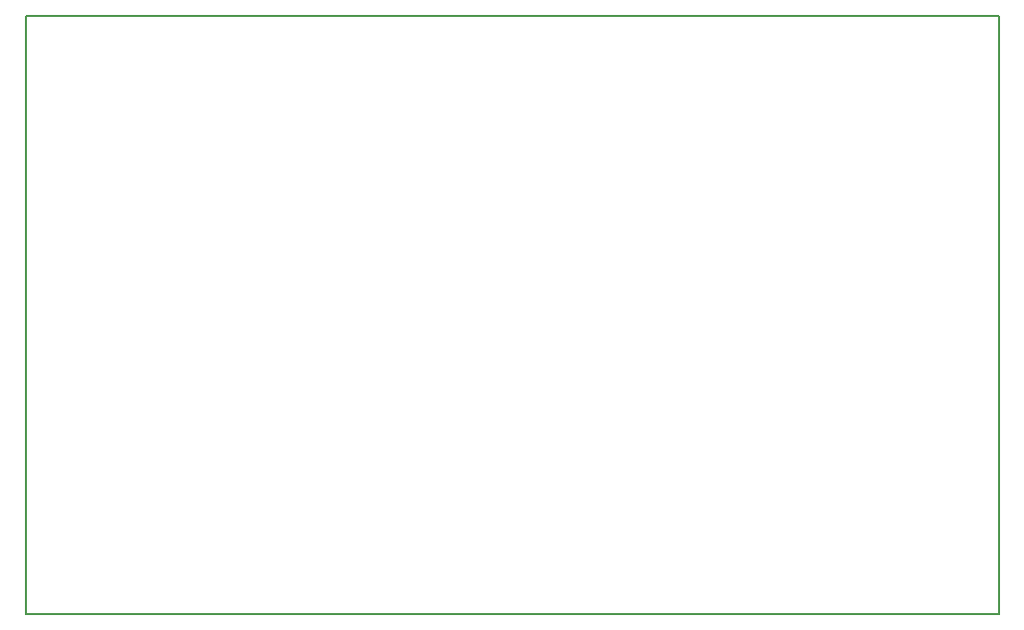
<source format=gbr>
%TF.GenerationSoftware,KiCad,Pcbnew,7.0.8*%
%TF.CreationDate,2025-03-29T18:24:55-04:00*%
%TF.ProjectId,v2315power,76323331-3570-46f7-9765-722e6b696361,rev?*%
%TF.SameCoordinates,Original*%
%TF.FileFunction,Profile,NP*%
%FSLAX46Y46*%
G04 Gerber Fmt 4.6, Leading zero omitted, Abs format (unit mm)*
G04 Created by KiCad (PCBNEW 7.0.8) date 2025-03-29 18:24:55*
%MOMM*%
%LPD*%
G01*
G04 APERTURE LIST*
%TA.AperFunction,Profile*%
%ADD10C,0.200000*%
%TD*%
G04 APERTURE END LIST*
D10*
X82200000Y-66090000D02*
X164750000Y-66090000D01*
X164750000Y-116890000D01*
X82200000Y-116890000D01*
X82200000Y-66090000D01*
M02*

</source>
